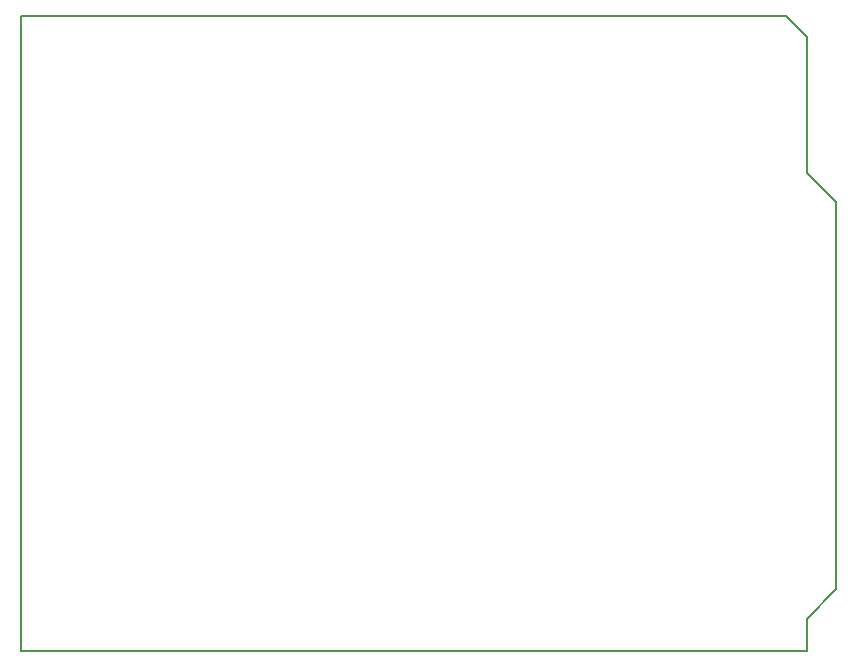
<source format=gbr>
%TF.GenerationSoftware,KiCad,Pcbnew,(7.0.0-0)*%
%TF.CreationDate,2023-03-13T17:40:40+01:00*%
%TF.ProjectId,tmc2209_devboard,746d6332-3230-4395-9f64-6576626f6172,rev?*%
%TF.SameCoordinates,Original*%
%TF.FileFunction,Profile,NP*%
%FSLAX46Y46*%
G04 Gerber Fmt 4.6, Leading zero omitted, Abs format (unit mm)*
G04 Created by KiCad (PCBNEW (7.0.0-0)) date 2023-03-13 17:40:40*
%MOMM*%
%LPD*%
G01*
G04 APERTURE LIST*
%TA.AperFunction,Profile*%
%ADD10C,0.150000*%
%TD*%
G04 APERTURE END LIST*
D10*
X108750000Y-35250000D02*
X111250000Y-37750000D01*
X111250000Y-37750000D02*
X111250000Y-70500000D01*
X111250000Y-70500000D02*
X108750000Y-73000000D01*
X108750000Y-73000000D02*
X108750000Y-75750000D01*
X42250000Y-22000000D02*
X42250000Y-75750000D01*
X108750000Y-75750000D02*
X42250000Y-75750000D01*
X108750000Y-23750000D02*
X108750000Y-35250000D01*
X42250000Y-22000000D02*
X107000000Y-22000000D01*
X107000000Y-22000000D02*
X108750000Y-23750000D01*
M02*

</source>
